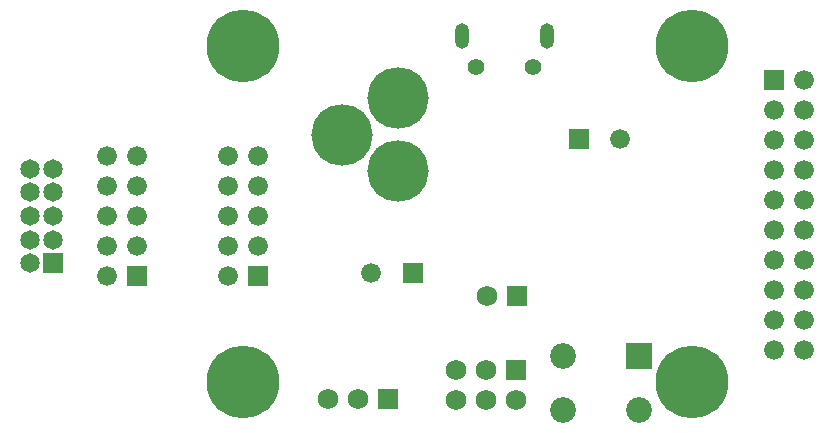
<source format=gbs>
G04*
G04 #@! TF.GenerationSoftware,Altium Limited,Altium Designer,18.1.7 (191)*
G04*
G04 Layer_Color=16711935*
%FSLAX24Y24*%
%MOIN*%
G70*
G01*
G75*
%ADD30C,0.2049*%
%ADD31C,0.0659*%
%ADD32R,0.0659X0.0659*%
%ADD33R,0.0659X0.0659*%
%ADD34C,0.0689*%
%ADD35R,0.0689X0.0689*%
%ADD36C,0.0859*%
%ADD37R,0.0859X0.0859*%
%ADD38C,0.0650*%
%ADD39R,0.0650X0.0650*%
%ADD40C,0.2421*%
%ADD41C,0.0551*%
%ADD42O,0.0492X0.0846*%
D30*
X44715Y27234D02*
D03*
X46565Y26014D02*
D03*
Y28455D02*
D03*
D31*
X41906Y23543D02*
D03*
Y26543D02*
D03*
Y25543D02*
D03*
X40906Y23543D02*
D03*
Y22543D02*
D03*
Y26543D02*
D03*
Y25543D02*
D03*
X41906Y24543D02*
D03*
X40906D02*
D03*
X37874Y23543D02*
D03*
Y26543D02*
D03*
Y25543D02*
D03*
X36874Y23543D02*
D03*
Y22543D02*
D03*
Y26543D02*
D03*
Y25543D02*
D03*
X37874Y24543D02*
D03*
X36874D02*
D03*
X60114Y20055D02*
D03*
X59114D02*
D03*
Y24055D02*
D03*
Y21055D02*
D03*
Y22055D02*
D03*
X60114Y24055D02*
D03*
Y21055D02*
D03*
Y22055D02*
D03*
X59114Y23055D02*
D03*
X60114D02*
D03*
Y27051D02*
D03*
X59114D02*
D03*
X60114Y26051D02*
D03*
Y25051D02*
D03*
Y29051D02*
D03*
Y28051D02*
D03*
X59114Y26051D02*
D03*
Y25051D02*
D03*
Y28051D02*
D03*
X53976Y27106D02*
D03*
X45679Y22628D02*
D03*
D32*
X41906Y22543D02*
D03*
X37874D02*
D03*
X59114Y29051D02*
D03*
D33*
X52598Y27106D02*
D03*
X47057Y22628D02*
D03*
D34*
X49551Y21878D02*
D03*
X48504Y18386D02*
D03*
Y19386D02*
D03*
X49504Y18386D02*
D03*
X50504D02*
D03*
X49504Y19386D02*
D03*
X44236Y18425D02*
D03*
X45236D02*
D03*
D35*
X50551Y21878D02*
D03*
X50504Y19386D02*
D03*
X46236Y18425D02*
D03*
D36*
X52056Y18071D02*
D03*
Y19871D02*
D03*
X54606Y18071D02*
D03*
D37*
Y19871D02*
D03*
D38*
X34291Y26102D02*
D03*
Y25315D02*
D03*
Y24528D02*
D03*
Y23740D02*
D03*
Y22953D02*
D03*
X35079Y26102D02*
D03*
Y25315D02*
D03*
Y24528D02*
D03*
Y23740D02*
D03*
D39*
Y22953D02*
D03*
D40*
X56358Y19006D02*
D03*
Y30197D02*
D03*
X41398Y19006D02*
D03*
Y30197D02*
D03*
D41*
X49154Y29508D02*
D03*
X51083D02*
D03*
D42*
X48701Y30541D02*
D03*
X51535D02*
D03*
M02*

</source>
